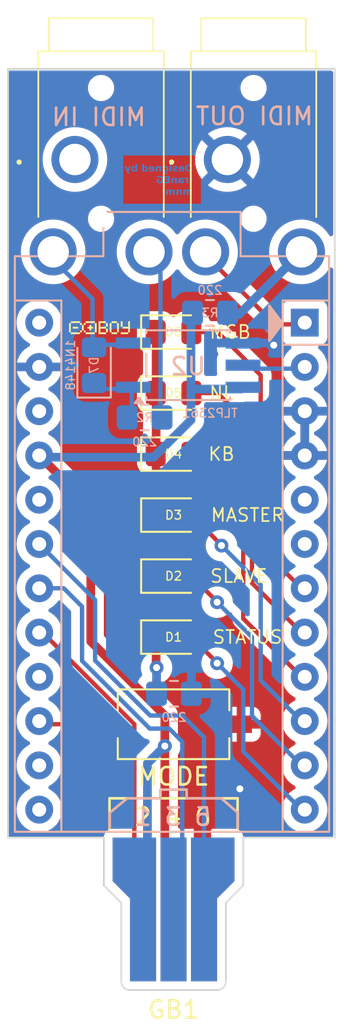
<source format=kicad_pcb>
(kicad_pcb (version 20240108) (generator "pcbnew") (generator_version "8.0")
  (layers (0 "F.Cu" signal) (31 "B.Cu" signal) (34 "B.Paste" user) (35 "F.Paste" user) (36 "B.SilkS" user "B.Silkscreen") (37 "F.SilkS" user "F.Silkscreen") (38 "B.Mask" user) (39 "F.Mask" user) (44 "Edge.Cuts" user))
  (net 0 "")
  (net 1 "GND")
  (net 2 "A0")
  (net 3 "A1")
  (net 4 "A2")
  (net 5 "VCC")
  (net 6 "Net-(D1-K)")
  (net 8 "Net-(J1-PadR)")
  (net 9 "Net-(J2-PadR)")
  (net 10 "Net-(D1-A)")
  (net 11 "Net-(D2-A)")
  (net 12 "Net-(D3-A)")
  (net 13 "Net-(D4-A)")
  (net 14 "Net-(D5-A)")
  (net 15 "Net-(D6-A)")
  (net 16 "Net-(U1-D0{slash}RX)")
  (net 17 "Net-(U1-D1{slash}TX)")
  (net 18 "Net-(U1-D14)")
  (net 26 "Net-(D7-K)")
  (net 27 "Net-(D7-A)")
  (footprint "Library:STX3000" (layer "F.Cu") (at 70.09 49.1 -90)
    (property "Reference" "J2" (hide yes))
    (property "Value" "MIDI_OUT" (hide yes))
    (fp_line (start 0.1 3.2) (end 0.1 3.2) (stroke (width 0.2)) (layer "F.SilkS"))
    (fp_line (start 0.1 3.2) (end 0.1 3.2) (stroke (width 0.2)) (layer "F.SilkS"))
    (fp_line (start 0.2 3.2) (end 0.2 3.2) (stroke (width 0.2)) (layer "F.SilkS"))
    (fp_line (start -6.2 2.1) (end -6.2 2.1) (stroke (width 0.1)) (layer "F.SilkS"))
    (fp_line (start -6.2 2.1) (end -6.2 2.1) (stroke (width 0.1)) (layer "F.SilkS"))
    (fp_line (start -6.2 2.1) (end 3.3 2.1) (stroke (width 0.1)) (layer "F.SilkS"))
    (fp_line (start -6.2 2.1) (end -6.2 1.5) (stroke (width 0.1)) (layer "F.SilkS"))
    (fp_line (start 3.3 2.1) (end -6.2 2.1) (stroke (width 0.1)) (layer "F.SilkS"))
    (fp_line (start 3.3 2.1) (end 3.3 2.1) (stroke (width 0.1)) (layer "F.SilkS"))
    (fp_line (start -8.1 1.5) (end -6.2 1.5) (stroke (width 0.1)) (layer "F.SilkS"))
    (fp_line (start -6.2 1.5) (end -6.2 2.1) (stroke (width 0.1)) (layer "F.SilkS"))
    (fp_line (start -6.2 1.5) (end -6.2 1.5) (stroke (width 0.1)) (layer "F.SilkS"))
    (fp_line (start -6.2 1.5) (end -6.2 -4.5) (stroke (width 0.1)) (layer "F.SilkS"))
    (fp_line (start -8.1 -4.5) (end -8.1 1.5) (stroke (width 0.1)) (layer "F.SilkS"))
    (fp_line (start -6.2 -4.5) (end -8.1 -4.5) (stroke (width 0.1)) (layer "F.SilkS"))
    (fp_line (start -6.2 -4.5) (end -6.2 -4.5) (stroke (width 0.1)) (layer "F.SilkS"))
    (fp_line (start -6.2 -4.5) (end -6.2 -5.1) (stroke (width 0.1)) (layer "F.SilkS"))
    (fp_line (start -6.2 -5.1) (end -6.2 -4.5) (stroke (width 0.1)) (layer "F.SilkS"))
    (fp_line (start -6.2 -5.1) (end -6.2 -5.1) (stroke (width 0.1)) (layer "F.SilkS"))
    (fp_line (start -6.2 -5.1) (end -6.2 -5.1) (stroke (width 0.1)) (layer "F.SilkS"))
    (fp_line (start -6.2 -5.1) (end 3.3 -5.1) (stroke (width 0.1)) (layer "F.SilkS"))
    (fp_line (start 3.3 -5.1) (end -6.2 -5.1) (stroke (width 0.1)) (layer "F.SilkS"))
    (fp_line (start 3.3 -5.1) (end 3.3 -5.1) (stroke (width 0.1)) (layer "F.SilkS"))
    (fp_arc (start 0.1 3.2) (mid 0.15 3.15) (end 0.2 3.2) (stroke (width 0.2)) (layer "F.SilkS"))
    (fp_arc (start 0.2 3.2) (mid 0.15 3.25) (end 0.1 3.2) (stroke (width 0.2)) (layer "F.SilkS"))
    (fp_arc (start 0.2 3.2) (mid 0.15 3.25) (end 0.1 3.2) (stroke (width 0.2)) (layer "F.SilkS"))
    (pad "" np_thru_hole circle (at -4.1 -1.5 270) (size 1 1) (drill 1) (layers "*.Cu" "*.Mask"))
    (pad "" np_thru_hole circle (at 3.4 -1.5 270) (size 1 1) (drill 1) (layers "*.Cu" "*.Mask"))
    (pad "R" thru_hole circle (at 5.3 -4.25 270) (size 2.704 2.704) (drill 1.80278) (layers "*.Cu" "*.Mask") (net 9 "Net-(J2-PadR)"))
    (pad "S" thru_hole circle (at 0 0 270) (size 2.704 2.704) (drill 1.80278) (layers "*.Cu" "*.Mask") (net 1 "GND"))
    (pad "T" thru_hole circle (at 5.3 1.25 270) (size 2.704 2.704) (drill 1.80278) (layers "*.Cu" "*.Mask") (net 17 "Net-(U1-D1{slash}TX)"))
  )
  (footprint "Library:STX3000" (layer "F.Cu") (at 61.34 49.1 -90)
    (property "Reference" "J1" (hide yes))
    (property "Value" "MIDI_IN" (hide yes))
    (fp_line (start 0.1 3.2) (end 0.1 3.2) (stroke (width 0.2)) (layer "F.SilkS"))
    (fp_line (start 0.1 3.2) (end 0.1 3.2) (stroke (width 0.2)) (layer "F.SilkS"))
    (fp_line (start 0.2 3.2) (end 0.2 3.2) (stroke (width 0.2)) (layer "F.SilkS"))
    (fp_line (start -6.2 2.1) (end -6.2 2.1) (stroke (width 0.1)) (layer "F.SilkS"))
    (fp_line (start -6.2 2.1) (end -6.2 2.1) (stroke (width 0.1)) (layer "F.SilkS"))
    (fp_line (start -6.2 2.1) (end 3.3 2.1) (stroke (width 0.1)) (layer "F.SilkS"))
    (fp_line (start -6.2 2.1) (end -6.2 1.5) (stroke (width 0.1)) (layer "F.SilkS"))
    (fp_line (start 3.3 2.1) (end -6.2 2.1) (stroke (width 0.1)) (layer "F.SilkS"))
    (fp_line (start 3.3 2.1) (end 3.3 2.1) (stroke (width 0.1)) (layer "F.SilkS"))
    (fp_line (start -8.1 1.5) (end -6.2 1.5) (stroke (width 0.1)) (layer "F.SilkS"))
    (fp_line (start -6.2 1.5) (end -6.2 2.1) (stroke (width 0.1)) (layer "F.SilkS"))
    (fp_line (start -6.2 1.5) (end -6.2 1.5) (stroke (width 0.1)) (layer "F.SilkS"))
    (fp_line (start -6.2 1.5) (end -6.2 -4.5) (stroke (width 0.1)) (layer "F.SilkS"))
    (fp_line (start -8.1 -4.5) (end -8.1 1.5) (stroke (width 0.1)) (layer "F.SilkS"))
    (fp_line (start -6.2 -4.5) (end -8.1 -4.5) (stroke (width 0.1)) (layer "F.SilkS"))
    (fp_line (start -6.2 -4.5) (end -6.2 -4.5) (stroke (width 0.1)) (layer "F.SilkS"))
    (fp_line (start -6.2 -4.5) (end -6.2 -5.1) (stroke (width 0.1)) (layer "F.SilkS"))
    (fp_line (start -6.2 -5.1) (end -6.2 -4.5) (stroke (width 0.1)) (layer "F.SilkS"))
    (fp_line (start -6.2 -5.1) (end -6.2 -5.1) (stroke (width 0.1)) (layer "F.SilkS"))
    (fp_line (start -6.2 -5.1) (end -6.2 -5.1) (stroke (width 0.1)) (layer "F.SilkS"))
    (fp_line (start -6.2 -5.1) (end 3.3 -5.1) (stroke (width 0.1)) (layer "F.SilkS"))
    (fp_line (start 3.3 -5.1) (end -6.2 -5.1) (stroke (width 0.1)) (layer "F.SilkS"))
    (fp_line (start 3.3 -5.1) (end 3.3 -5.1) (stroke (width 0.1)) (layer "F.SilkS"))
    (fp_arc (start 0.1 3.2) (mid 0.15 3.15) (end 0.2 3.2) (stroke (width 0.2)) (layer "F.SilkS"))
    (fp_arc (start 0.2 3.2) (mid 0.15 3.25) (end 0.1 3.2) (stroke (width 0.2)) (layer "F.SilkS"))
    (fp_arc (start 0.2 3.2) (mid 0.15 3.25) (end 0.1 3.2) (stroke (width 0.2)) (layer "F.SilkS"))
    (pad "" np_thru_hole circle (at -4.1 -1.5 270) (size 1 1) (drill 1) (layers "*.Cu" "*.Mask"))
    (pad "" np_thru_hole circle (at 3.4 -1.5 270) (size 1 1) (drill 1) (layers "*.Cu" "*.Mask"))
    (pad "R" thru_hole circle (at 5.3 -4.25 270) (size 2.704 2.704) (drill 1.80278) (layers "*.Cu" "*.Mask") (net 8 "Net-(J1-PadR)"))
    (pad "S" thru_hole circle (at 0 0 270) (size 2.704 2.704) (drill 1.80278) (layers "*.Cu" "*.Mask"))
    (pad "T" thru_hole circle (at 5.3 1.25 270) (size 2.704 2.704) (drill 1.80278) (layers "*.Cu" "*.Mask") (net 27 "Net-(D7-A)"))
  )
  (footprint "gb-link-socket:gbc-link-socket" (layer "F.Cu") (at 67 93.75)
    (property "Reference" "GB1" (at 0 4.125 0) (layer "F.SilkS"))
    (property "Value" "GB_LINK" (hide yes))
    (pad "1" connect custom (at -1.75 0.125) (size 1.5 4.75) (layers "B.Cu" "B.Mask") (net 5 "VCC") (options (clearance outline) (anchor rect)) (primitives (gr_poly (pts (xy -0.75 -2.125) (xy -0.75 -2.375) (xy -1.75 -3.375) (xy -1.75 -5.875) (xy 0.75 -5.875) (xy 0.75 -2.125)) (width 0) (fill yes))))
    (pad "2" connect custom (at -1.75 0.125) (size 1.5 4.75) (layers "F.Cu" "F.Mask") (net 2 "A0") (options (clearance outline) (anchor rect)) (primitives (gr_poly (pts (xy -0.75 -2.125) (xy -0.75 -2.375) (xy -1.75 -3.375) (xy -1.75 -5.875) (xy 0.75 -5.875) (xy 0.75 -2.125)) (width 0) (fill yes))))
    (pad "3" connect rect (at 0 -1.625) (size 1.5 8.25) (layers "B.Cu" "B.Mask") (net 3 "A1"))
    (pad "4" connect rect (at 0 -1.625) (size 1.5 8.25) (layers "F.Cu" "F.Mask") (net 5 "VCC"))
    (pad "5" connect custom (at 1.75 0.125) (size 1.5 4.75) (layers "B.Cu" "B.Mask") (net 4 "A2") (options (clearance outline) (anchor rect)) (primitives (gr_poly (pts (xy 0.75 -2.125) (xy 0.75 -2.375) (xy 1.75 -3.375) (xy 1.75 -5.875) (xy -0.75 -5.875) (xy -0.75 -2.125)) (width 0) (fill yes))))
    (pad "6" connect custom (at 1.75 0.125) (size 1.5 4.75) (layers "F.Cu" "F.Mask") (net 1 "GND") (options (clearance outline) (anchor rect)) (primitives (gr_poly (pts (xy 0.75 -2.125) (xy 0.75 -2.375) (xy 1.75 -3.375) (xy 1.75 -5.875) (xy -0.75 -5.875) (xy -0.75 -2.125)) (width 0) (fill yes))))
  )
  (footprint "Button_Switch_SMD:SW_Tactile_SPST_NO_Straight_CK_PTS636Sx25SMTRLFS" (layer "F.Cu") (at 67 81.5 180)
    (property "Reference" "SW1" (hide yes))
    (property "Value" "MODE" (at 0 -3 0) (layer "F.SilkS"))
    (fp_line (start 3.2 2) (end 3.2 0.8) (stroke (width 0.12)) (layer "F.SilkS"))
    (fp_line (start 3.2 -0.8) (end 3.2 -2) (stroke (width 0.12)) (layer "F.SilkS"))
    (fp_line (start 3.2 -2) (end -3.2 -2) (stroke (width 0.12)) (layer "F.SilkS"))
    (fp_line (start -3.2 2) (end 3.2 2) (stroke (width 0.12)) (layer "F.SilkS"))
    (fp_line (start -3.2 0.8) (end -3.2 2) (stroke (width 0.12)) (layer "F.SilkS"))
    (fp_line (start -3.2 -2) (end -3.2 -0.8) (stroke (width 0.12)) (layer "F.SilkS"))
    (pad "1" smd rect (at -3.875 0 180) (size 1.25 1) (layers "F.Cu" "F.Paste" "F.Mask") (net 1 "GND"))
    (pad "2" smd rect (at 3.875 0 180) (size 1.25 1) (layers "F.Cu" "F.Paste" "F.Mask") (net 18 "Net-(U1-D14)"))
  )
  (footprint "LED_SMD:LED_0805_2012Metric_Pad1.15x1.40mm_HandSolder" (layer "F.Cu") (at 67 62.5)
    (property "Reference" "D5" (hide yes))
    (property "Value" "NL" (at 2.75 0 0) (layer "F.SilkS") (effects (font (size 0.75 0.75) (thickness 0.1))))
    (fp_line (start -1.86 -0.96) (end -1.86 0.96) (stroke (width 0.12)) (layer "F.SilkS"))
    (fp_line (start -1.86 0.96) (end 1 0.96) (stroke (width 0.12)) (layer "F.SilkS"))
    (fp_line (start 1 -0.96) (end -1.86 -0.96) (stroke (width 0.12)) (layer "F.SilkS"))
    (fp_text user "${REFERENCE}" (at 0 0 0) (layer "F.SilkS") (effects (font (size 0.5 0.5) (thickness 0.08))))
    (pad "1" smd roundrect (at -1.025 0) (size 1.15 1.4) (layers "F.Cu" "F.Paste" "F.Mask") (roundrect_rratio 0.217391) (net 6 "Net-(D1-K)"))
    (pad "2" smd roundrect (at 1.025 0) (size 1.15 1.4) (layers "F.Cu" "F.Paste" "F.Mask") (roundrect_rratio 0.217391) (net 14 "Net-(D5-A)"))
  )
  (footprint "LED_SMD:LED_0805_2012Metric_Pad1.15x1.40mm_HandSolder" (layer "F.Cu") (at 67 66)
    (property "Reference" "D4" (hide yes))
    (property "Value" "KB" (at 2.75 0 0) (layer "F.SilkS") (effects (font (size 0.75 0.75) (thickness 0.1))))
    (fp_line (start -1.86 -0.96) (end -1.86 0.96) (stroke (width 0.12)) (layer "F.SilkS"))
    (fp_line (start -1.86 0.96) (end 1 0.96) (stroke (width 0.12)) (layer "F.SilkS"))
    (fp_line (start 1 -0.96) (end -1.86 -0.96) (stroke (width 0.12)) (layer "F.SilkS"))
    (fp_text user "${REFERENCE}" (at 0 0 0) (layer "F.SilkS") (effects (font (size 0.5 0.5) (thickness 0.08))))
    (pad "1" smd roundrect (at -1.025 0) (size 1.15 1.4) (layers "F.Cu" "F.Paste" "F.Mask") (roundrect_rratio 0.217391) (net 6 "Net-(D1-K)"))
    (pad "2" smd roundrect (at 1.025 0) (size 1.15 1.4) (layers "F.Cu" "F.Paste" "F.Mask") (roundrect_rratio 0.217391) (net 13 "Net-(D4-A)"))
  )
  (footprint "LED_SMD:LED_0805_2012Metric_Pad1.15x1.40mm_HandSolder" (layer "F.Cu") (at 67 59)
    (property "Reference" "D6" (hide yes))
    (property "Value" "MGB" (at 3.25 0 0) (layer "F.SilkS") (effects (font (size 0.75 0.75) (thickness 0.1))))
    (fp_line (start -1.86 -0.96) (end -1.86 0.96) (stroke (width 0.12)) (layer "F.SilkS"))
    (fp_line (start -1.86 0.96) (end 1 0.96) (stroke (width 0.12)) (layer "F.SilkS"))
    (fp_line (start 1 -0.96) (end -1.86 -0.96) (stroke (width 0.12)) (layer "F.SilkS"))
    (fp_text user "${REFERENCE}" (at 0 0 0) (layer "F.SilkS") (effects (font (size 0.5 0.5) (thickness 0.08))))
    (pad "1" smd roundrect (at -1.025 0) (size 1.15 1.4) (layers "F.Cu" "F.Paste" "F.Mask") (roundrect_rratio 0.217391) (net 6 "Net-(D1-K)"))
    (pad "2" smd roundrect (at 1.025 0) (size 1.15 1.4) (layers "F.Cu" "F.Paste" "F.Mask") (roundrect_rratio 0.217391) (net 15 "Net-(D6-A)"))
  )
  (footprint "LED_SMD:LED_0805_2012Metric_Pad1.15x1.40mm_HandSolder" (layer "F.Cu") (at 67 73)
    (property "Reference" "D2" (hide yes))
    (property "Value" "SLAVE" (at 3.75 0 0) (layer "F.SilkS") (effects (font (size 0.75 0.75) (thickness 0.1))))
    (fp_line (start -1.86 -0.96) (end -1.86 0.96) (stroke (width 0.12)) (layer "F.SilkS"))
    (fp_line (start -1.86 0.96) (end 1 0.96) (stroke (width 0.12)) (layer "F.SilkS"))
    (fp_line (start 1 -0.96) (end -1.86 -0.96) (stroke (width 0.12)) (layer "F.SilkS"))
    (fp_text user "${REFERENCE}" (at 0 0 0) (layer "F.SilkS") (effects (font (size 0.5 0.5) (thickness 0.08))))
    (pad "1" smd roundrect (at -1.025 0) (size 1.15 1.4) (layers "F.Cu" "F.Paste" "F.Mask") (roundrect_rratio 0.217391) (net 6 "Net-(D1-K)"))
    (pad "2" smd roundrect (at 1.025 0) (size 1.15 1.4) (layers "F.Cu" "F.Paste" "F.Mask") (roundrect_rratio 0.217391) (net 11 "Net-(D2-A)"))
  )
  (footprint "LOGO" (layer "F.Cu") (at 62.75 58.75)
    (property "Reference" "G***" (hide yes))
    (property "Value" "LOGO" (hide yes))
    (fp_poly (pts (xy -1.219783 0) (xy -1.219783 0.053034) (xy -1.378885 0.053034) (xy -1.537987 0.053034) (xy -1.537987 0) (xy -1.537987 -0.053034) (xy -1.378885 -0.053034) (xy -1.219783 -0.053034)) (fill solid) (layer "F.SilkS"))
    (fp_poly (pts (xy -0.477306 -0.106068) (xy -0.477306 -0.053034) (xy -0.424272 -0.053034) (xy -0.371238 -0.053034) (xy -0.371238 0) (xy -0.371238 0.053034) (xy -0.424272 0.053034) (xy -0.477306 0.053034) (xy -0.477306 0.106068) (xy -0.477306 0.159102) (xy -0.53034 0.159102) (xy -0.583374 0.159102) (xy -0.583374 0.106068) (xy -0.583374 0.053034) (xy -0.636408 0.053034) (xy -0.689442 0.053034) (xy -0.689442 0) (xy -0.689442 -0.053034) (xy -0.636408 -0.053034) (xy -0.583374 -0.053034) (xy -0.583374 -0.106068) (xy -0.583374 -0.159102) (xy -0.53034 -0.159102) (xy -0.477306 -0.159102)) (fill solid) (layer "F.SilkS"))
    (fp_poly (pts (xy -0.159102 0) (xy -0.159102 0.26517) (xy -0.212136 0.26517) (xy -0.26517 0.26517) (xy -0.26517 0.318204) (xy -0.26517 0.371238) (xy -0.53034 0.371238) (xy -0.79551 0.371238) (xy -0.79551 0.318204) (xy -0.79551 0.26517) (xy -0.848544 0.26517) (xy -0.901579 0.26517) (xy -0.901579 0.212136) (xy -0.901579 0.159102) (xy -0.848544 0.159102) (xy -0.79551 0.159102) (xy -0.79551 0.212136) (xy -0.79551 0.26517) (xy -0.53034 0.26517) (xy -0.26517 0.26517) (xy -0.26517 0) (xy -0.26517 -0.26517) (xy -0.212136 -0.26517) (xy -0.159102 -0.26517)) (fill solid) (layer "F.SilkS"))
    (fp_poly (pts (xy 1.007648 -0.318204) (xy 1.007648 -0.26517) (xy 0.848545 -0.26517) (xy 0.689443 -0.26517) (xy 0.689443 0) (xy 0.689443 0.26517) (xy 0.848545 0.26517) (xy 1.007648 0.26517) (xy 1.007648 0) (xy 1.007648 -0.26517) (xy 1.060682 -0.26517) (xy 1.113716 -0.26517) (xy 1.113716 0) (xy 1.113716 0.26517) (xy 1.060682 0.26517) (xy 1.007648 0.26517) (xy 1.007648 0.318204) (xy 1.007648 0.371238) (xy 0.848545 0.371238) (xy 0.689443 0.371238) (xy 0.689443 0.318204) (xy 0.689443 0.26517) (xy 0.636409 0.26517) (xy 0.583375 0.26517) (xy 0.583375 0) (xy 0.583375 -0.26517) (xy 0.636409 -0.26517) (xy 0.689443 -0.26517) (xy 0.689443 -0.318204) (xy 0.689443 -0.371238) (xy 0.848545 -0.371238) (xy 1.007648 -0.371238)) (fill solid) (layer "F.SilkS"))
    (fp_poly (pts (xy 1.325852 -0.212136) (xy 1.325852 -0.053034) (xy 1.484954 -0.053034) (xy 1.644056 -0.053034) (xy 1.644056 -0.212136) (xy 1.644056 -0.371238) (xy 1.69709 -0.371238) (xy 1.750124 -0.371238) (xy 1.750124 -0.053034) (xy 1.750124 0.26517) (xy 1.69709 0.26517) (xy 1.644056 0.26517) (xy 1.644056 0.318204) (xy 1.644056 0.371238) (xy 1.43192 0.371238) (xy 1.219784 0.371238) (xy 1.219784 0.318204) (xy 1.219784 0.26517) (xy 1.43192 0.26517) (xy 1.644056 0.26517) (xy 1.644056 0.159102) (xy 1.644056 0.053034) (xy 1.484954 0.053034) (xy 1.325852 0.053034) (xy 1.325852 0) (xy 1.325852 -0.053034) (xy 1.272818 -0.053034) (xy 1.219784 -0.053034) (xy 1.219784 -0.212136) (xy 1.219784 -0.371238) (xy 1.272818 -0.371238) (xy 1.325852 -0.371238)) (fill solid) (layer "F.SilkS"))
    (fp_poly (pts (xy 0.371239 -0.318204) (xy 0.371239 -0.26517) (xy 0.212137 -0.26517) (xy 0.053035 -0.26517) (xy 0.053035 -0.159102) (xy 0.053035 -0.053034) (xy 0.212137 -0.053034) (xy 0.371239 -0.053034) (xy 0.371239 -0.159102) (xy 0.371239 -0.26517) (xy 0.424273 -0.26517) (xy 0.477307 -0.26517) (xy 0.477307 -0.159102) (xy 0.477307 -0.053034) (xy 0.424273 -0.053034) (xy 0.371239 -0.053034) (xy 0.371239 0) (xy 0.371239 0.053034) (xy 0.212137 0.053034) (xy 0.053035 0.053034) (xy 0.053035 0.159102) (xy 0.053035 0.26517) (xy 0.212137 0.26517) (xy 0.371239 0.26517) (xy 0.371239 0.159102) (xy 0.371239 0.053034) (xy 0.424273 0.053034) (xy 0.477307 0.053034) (xy 0.477307 0.159102) (xy 0.477307 0.26517) (xy 0.424273 0.26517) (xy 0.371239 0.26517) (xy 0.371239 0.318204) (xy 0.371239 0.371238) (xy 0.159103 0.371238) (xy -0.053034 0.371238) (xy -0.053034 0) (xy -0.053034 -0.371238) (xy 0.159103 -0.371238) (xy 0.371239 -0.371238)) (fill solid) (layer "F.SilkS"))
    (fp_poly (pts (xy -1.113715 -0.318204) (xy -1.113715 -0.26517) (xy -1.378885 -0.26517) (xy -1.644055 -0.26517) (xy -1.644055 0) (xy -1.644055 0.26517) (xy -1.378885 0.26517) (xy -1.113715 0.26517) (xy -1.113715 0.212136) (xy -1.113715 0.159102) (xy -1.060681 0.159102) (xy -1.007647 0.159102) (xy -1.007647 0) (xy -1.007647 -0.159102) (xy -1.060681 -0.159102) (xy -1.113715 -0.159102) (xy -1.113715 -0.212136) (xy -1.113715 -0.26517) (xy -1.060681 -0.26517) (xy -1.007647 -0.26517) (xy -1.007647 -0.212136) (xy -1.007647 -0.159102) (xy -0.954613 -0.159102) (xy -0.901579 -0.159102) (xy -0.901579 -0.212136) (xy -0.901579 -0.26517) (xy -0.848544 -0.26517) (xy -0.79551 -0.26517) (xy -0.79551 -0.318204) (xy -0.79551 -0.371238) (xy -0.53034 -0.371238) (xy -0.26517 -0.371238) (xy -0.26517 -0.318204) (xy -0.26517 -0.26517) (xy -0.53034 -0.26517) (xy -0.79551 -0.26517) (xy -0.79551 -0.212136) (xy -0.79551 -0.159102) (xy -0.848544 -0.159102) (xy -0.901579 -0.159102) (xy -0.901579 0) (xy -0.901579 0.159102) (xy -0.954613 0.159102) (xy -1.007647 0.159102) (xy -1.007647 0.212136) (xy -1.007647 0.26517) (xy -1.060681 0.26517) (xy -1.113715 0.26517) (xy -1.113715 0.318204) (xy -1.113715 0.371238) (xy -1.378885 0.371238) (xy -1.644055 0.371238) (xy -1.644055 0.318204) (xy -1.644055 0.26517) (xy -1.697089 0.26517) (xy -1.750123 0.26517) (xy -1.750123 0) (xy -1.750123 -0.26517) (xy -1.697089 -0.26517) (xy -1.644055 -0.26517) (xy -1.644055 -0.318204) (xy -1.644055 -0.371238) (xy -1.378885 -0.371238) (xy -1.113715 -0.371238)) (fill solid) (layer "F.SilkS"))
  )
  (footprint "LED_SMD:LED_0805_2012Metric_Pad1.15x1.40mm_HandSolder" (layer "F.Cu") (at 67 76.5)
    (property "Reference" "D1" (hide yes))
    (property "Value" "STATUS" (at 4.25 0 0) (layer "F.SilkS") (effects (font (size 0.75 0.75) (thickness 0.1))))
    (fp_line (start -1.86 -0.96) (end -1.86 0.96) (stroke (width 0.12)) (layer "F.SilkS"))
    (fp_line (start -1.86 0.96) (end 1 0.96) (stroke (width 0.12)) (layer "F.SilkS"))
    (fp_line (start 1 -0.96) (end -1.86 -0.96) (stroke (width 0.12)) (layer "F.SilkS"))
    (fp_text user "${REFERENCE}" (at 0 0 0) (layer "F.SilkS") (effects (font (size 0.5 0.5) (thickness 0.08))))
    (pad "1" smd roundrect (at -1.025 0) (size 1.15 1.4) (layers "F.Cu" "F.Paste" "F.Mask") (roundrect_rratio 0.217391) (net 6 "Net-(D1-K)"))
    (pad "2" smd roundrect (at 1.025 0) (size 1.15 1.4) (layers "F.Cu" "F.Paste" "F.Mask") (roundrect_rratio 0.217391) (net 10 "Net-(D1-A)"))
  )
  (footprint "LED_SMD:LED_0805_2012Metric_Pad1.15x1.40mm_HandSolder" (layer "F.Cu") (at 67 69.5)
    (property "Reference" "D3" (hide yes))
    (property "Value" "MASTER" (at 4.25 0 0) (layer "F.SilkS") (effects (font (size 0.75 0.75) (thickness 0.1))))
    (fp_line (start -1.86 -0.96) (end -1.86 0.96) (stroke (width 0.12)) (layer "F.SilkS"))
    (fp_line (start -1.86 0.96) (end 1 0.96) (stroke (width 0.12)) (layer "F.SilkS"))
    (fp_line (start 1 -0.96) (end -1.86 -0.96) (stroke (width 0.12)) (layer "F.SilkS"))
    (fp_text user "${REFERENCE}" (at 0 0 0) (layer "F.SilkS") (effects (font (size 0.5 0.5) (thickness 0.08))))
    (pad "1" smd roundrect (at -1.025 0) (size 1.15 1.4) (layers "F.Cu" "F.Paste" "F.Mask") (roundrect_rratio 0.217391) (net 6 "Net-(D1-K)"))
    (pad "2" smd roundrect (at 1.025 0) (size 1.15 1.4) (layers "F.Cu" "F.Paste" "F.Mask") (roundrect_rratio 0.217391) (net 12 "Net-(D3-A)"))
  )
  (footprint "Package_SO:SO-5_4.4x3.6mm_P1.27mm" (layer "B.Cu") (at 67.84 60.9)
    (property "Reference" "U2" (hide yes))
    (property "Value" "TLP2361" (at 1.25 2.75 0) (layer "B.SilkS") (effects (font (size 0.5 0.5) (thickness 0.08)) (justify mirror)))
    (fp_line (start -2.4 -2) (end 2.4 -2) (stroke (width 0.12)) (layer "B.SilkS"))
    (fp_line (start -2.4 -1.85) (end -2.4 -2) (stroke (width 0.12)) (layer "B.SilkS"))
    (fp_line (start -2.4 0.65) (end -2.4 -0.65) (stroke (width 0.12)) (layer "B.SilkS"))
    (fp_line (start -2.4 2) (end -2.4 1.85) (stroke (width 0.12)) (layer "B.SilkS"))
    (fp_line (start 2.4 -2) (end 2.4 -1.85) (stroke (width 0.12)) (layer "B.SilkS"))
    (fp_line (start 2.4 1.85) (end 2.4 2) (stroke (width 0.12)) (layer "B.SilkS"))
    (fp_line (start 2.4 2) (end -2.4 2) (stroke (width 0.12)) (layer "B.SilkS"))
    (fp_poly (pts (xy -2.825 1.85) (xy -3.065 2.18) (xy -2.585 2.18) (xy -2.825 1.85)) (stroke (width 0.12)) (fill solid) (layer "B.SilkS"))
    (fp_text user "${REFERENCE}" (at 0 0.065 0) (layer "B.SilkS") (effects (justify mirror)))
    (pad "1" smd rect (at -3.15 1.27) (size 2 0.64) (layers "B.Cu" "B.Paste" "B.Mask") (net 26 "Net-(D7-K)"))
    (pad "3" smd rect (at -3.15 -1.27) (size 2 0.64) (layers "B.Cu" "B.Paste" "B.Mask") (net 27 "Net-(D7-A)"))
    (pad "4" smd rect (at 3.15 -1.27) (size 2 0.64) (layers "B.Cu" "B.Paste" "B.Mask") (net 1 "GND"))
    (pad "5" smd rect (at 3.15 0) (size 2 0.64) (layers "B.Cu" "B.Paste" "B.Mask") (net 16 "Net-(U1-D0{slash}RX)"))
    (pad "6" smd rect (at 3.15 1.27) (size 2 0.64) (layers "B.Cu" "B.Paste" "B.Mask") (net 5 "VCC"))
  )
  (footprint "Resistor_SMD:R_0805_2012Metric_Pad1.20x1.40mm_HandSolder" (layer "B.Cu") (at 67.025 79.75)
    (property "Reference" "R1" (hide yes))
    (property "Value" "220" (at 0 1.35 0) (layer "B.SilkS") (effects (font (size 0.5 0.5) (thickness 0.08)) (justify mirror)))
    (fp_line (start 0.227064 -0.735) (end -0.227064 -0.735) (stroke (width 0.12)) (layer "B.SilkS"))
    (fp_line (start 0.227064 0.735) (end -0.227064 0.735) (stroke (width 0.12)) (layer "B.SilkS"))
    (pad "1" smd roundrect (at -1 0) (size 1.2 1.4) (layers "B.Cu" "B.Paste" "B.Mask") (roundrect_rratio 0.208333) (net 6 "Net-(D1-K)"))
    (pad "2" smd roundrect (at 1 0) (size 1.2 1.4) (layers "B.Cu" "B.Paste" "B.Mask") (roundrect_rratio 0.208333) (net 1 "GND"))
  )
  (footprint "Diode_SMD:D_0805_2012Metric_Pad1.15x1.40mm_HandSolder" (layer "B.Cu") (at 62.44 60.9 90)
    (property "Reference" "D7" (hide yes))
    (property "Value" "1N4148" (at 0 -1.35 -90) (layer "B.SilkS") (effects (font (size 0.5 0.5) (thickness 0.08)) (justify mirror)))
    (fp_line (start 1 -0.96) (end -1.86 -0.96) (stroke (width 0.12)) (layer "B.SilkS"))
    (fp_line (start -1.86 -0.96) (end -1.86 0.96) (stroke (width 0.12)) (layer "B.SilkS"))
    (fp_line (start -1.86 0.96) (end 1 0.96) (stroke (width 0.12)) (layer "B.SilkS"))
    (fp_text user "${REFERENCE}" (at 0 0 -90) (layer "B.SilkS") (effects (font (size 0.5 0.5) (thickness 0.08)) (justify mirror)))
    (pad "1" smd roundrect (at -1.025 0 90) (size 1.15 1.4) (layers "B.Cu" "B.Paste" "B.Mask") (roundrect_rratio 0.217391) (net 26 "Net-(D7-K)"))
    (pad "2" smd roundrect (at 1.025 0 90) (size 1.15 1.4) (layers "B.Cu" "B.Paste" "B.Mask") (roundrect_rratio 0.217391) (net 27 "Net-(D7-A)"))
  )
  (footprint "Resistor_SMD:R_0805_2012Metric_Pad1.20x1.40mm_HandSolder" (layer "B.Cu") (at 69.09 57.9)
    (property "Reference" "R3" (hide yes))
    (property "Value" "220" (at 0 -1.3 0) (layer "B.SilkS") (effects (font (size 0.5 0.5) (thickness 0.08)) (justify mirror)))
    (fp_line (start 0.227064 -0.735) (end -0.227064 -0.735) (stroke (width 0.12)) (layer "B.SilkS"))
    (fp_line (start 0.227064 0.735) (end -0.227064 0.735) (stroke (width 0.12)) (layer "B.SilkS"))
    (fp_text user "${REFERENCE}" (at 0 0 0) (layer "B.SilkS") (effects (font (size 0.5 0.5) (thickness 0.08)) (justify mirror)))
    (pad "1" smd roundrect (at -1 0) (size 1.2 1.4) (layers "B.Cu" "B.Paste" "B.Mask") (roundrect_rratio 0.208333) (net 5 "VCC"))
    (pad "2" smd roundrect (at 1 0) (size 1.2 1.4) (layers "B.Cu" "B.Paste" "B.Mask") (roundrect_rratio 0.208333) (net 9 "Net-(J2-PadR)"))
  )
  (footprint "Arduino:Sparkfun_Pro_Micro" (layer "B.Cu") (at 59.29 86.4)
    (property "Reference" "U1" (hide yes))
    (property "Value" "Sparkfun_Pro_Micro")
    (fp_line (start -1.4 -29.21) (end 1.27 -29.21) (stroke (width 0.12)) (layer "B.SilkS"))
    (fp_line (start -1.397 -31.75) (end -1.397 1.27) (stroke (width 0.12)) (layer "B.SilkS"))
    (fp_line (start -1.397 1.27) (end 1.27 1.27) (stroke (width 0.12)) (layer "B.SilkS"))
    (fp_line (start 1.27 -29.21) (end 1.27 -1.27) (stroke (width 0.12)) (layer "B.SilkS"))
    (fp_line (start 1.27 1.27) (end 1.27 -1.27) (stroke (width 0.12)) (layer "B.SilkS"))
    (fp_line (start 1.27 1.27) (end 16.637 1.27) (stroke (width 0.12)) (layer "B.SilkS"))
    (fp_line (start 3.683 -31.75) (end -1.397 -31.75) (stroke (width 0.12)) (layer "B.SilkS"))
    (fp_line (start 3.683 -31.75) (end 3.683 -34.29) (stroke (width 0.12)) (layer "B.SilkS"))
    (fp_line (start 11.557 -34.29) (end 3.683 -34.29) (stroke (width 0.12)) (layer "B.SilkS"))
    (fp_line (start 11.557 -31.75) (end 11.557 -34.29) (stroke (width 0.12)) (layer "B.SilkS"))
    (fp_line (start 13.97 -29.21) (end 13.97 1.27) (stroke (width 0.12)) (layer "B.SilkS"))
    (fp_line (start 16.637 -31.75) (end 11.557 -31.75) (stroke (width 0.12)) (layer "B.SilkS"))
    (fp_line (start 16.64 -29.21) (end 13.97 -29.21) (stroke (width 0.12)) (layer "B.SilkS"))
    (fp_line (start 16.64 -26.67) (end 13.97 -26.67) (stroke (width 0.12)) (layer "B.SilkS"))
    (fp_line (start 16.64 1.27) (end 13.97 1.27) (stroke (width 0.12)) (layer "B.SilkS"))
    (fp_line (start 16.64 1.27) (end 16.637 -31.75) (stroke (width 0.12)) (layer "B.SilkS"))
    (pad "1" thru_hole rect (at 15.24 -27.94) (size 1.6 1.6) (drill 0.8) (layers "*.Cu" "*.Mask") (net 17 "Net-(U1-D1{slash}TX)"))
    (pad "2" thru_hole oval (at 15.24 -25.4) (size 1.6 1.6) (drill 0.8) (layers "*.Cu" "*.Mask") (net 16 "Net-(U1-D0{slash}RX)"))
    (pad "3" thru_hole oval (at 15.24 -22.86) (size 1.6 1.6) (drill 0.8) (layers "*.Cu" "*.Mask") (net 1 "GND"))
    (pad "4" thru_hole oval (at 15.24 -20.32) (size 1.6 1.6) (drill 0.8) (layers "*.Cu" "*.Mask") (net 1 "GND"))
    (pad "5" thru_hole oval (at 15.24 -17.78) (size 1.6 1.6) (drill 0.8) (layers "*.Cu" "*.Mask"))
    (pad "6" thru_hole oval (at 15.24 -15.24) (size 1.6 1.6) (drill 0.8) (layers "*.Cu" "*.Mask"))
    (pad "7" thru_hole oval (at 15.24 -12.7) (size 1.6 1.6) (drill 0.8) (layers "*.Cu" "*.Mask") (net 15 "Net-(D6-A)"))
    (pad "8" thru_hole oval (at 15.24 -10.16) (size 1.6 1.6) (drill 0.8) (layers "*.Cu" "*.Mask") (net 14 "Net-(D5-A)"))
    (pad "9" thru_hole oval (at 15.24 -7.62) (size 1.6 1.6) (drill 0.8) (layers "*.Cu" "*.Mask") (net 13 "Net-(D4-A)"))
    (pad "10" thru_hole oval (at 15.24 -5.08) (size 1.6 1.6) (drill 0.8) (layers "*.Cu" "*.Mask") (net 12 "Net-(D3-A)"))
    (pad "11" thru_hole oval (at 15.24 -2.54) (size 1.6 1.6) (drill 0.8) (layers "*.Cu" "*.Mask") (net 11 "Net-(D2-A)"))
    (pad "12" thru_hole oval (at 15.24 0) (size 1.6 1.6) (drill 0.8) (layers "*.Cu" "*.Mask") (net 10 "Net-(D1-A)"))
    (pad "13" thru_hole oval (at 0 0) (size 1.6 1.6) (drill 0.8) (layers "*.Cu" "*.Mask"))
    (pad "14" thru_hole oval (at 0 -2.54) (size 1.6 1.6) (drill 0.8) (layers "*.Cu" "*.Mask"))
    (pad "15" thru_hole oval (at 0 -5.08) (size 1.6 1.6) (drill 0.8) (layers "*.Cu" "*.Mask") (net 18 "Net-(U1-D14)"))
    (pad "16" thru_hole oval (at 0 -7.62) (size 1.6 1.6) (drill 0.8) (layers "*.Cu" "*.Mask"))
    (pad "17" thru_hole oval (at 0 -10.16) (size 1.6 1.6) (drill 0.8) (layers "*.Cu" "*.Mask") (net 2 "A0"))
    (pad "18" thru_hole oval (at 0 -12.7) (size 1.6 1.6) (drill 0.8) (layers "*.Cu" "*.Mask") (net 3 "A1"))
    (pad "19" thru_hole oval (at 0 -15.24) (size 1.6 1.6) (drill 0.8) (layers "*.Cu" "*.Mask") (net 4 "A2"))
    (pad "20" thru_hole oval (at 0 -17.78) (size 1.6 1.6) (drill 0.8) (layers "*.Cu" "*.Mask"))
    (pad "21" thru_hole oval (at 0 -20.32) (size 1.6 1.6) (drill 0.8) (layers "*.Cu" "*.Mask") (net 5 "VCC"))
    (pad "22" thru_hole oval (at 0 -22.86) (size 1.6 1.6) (drill 0.8) (layers "*.Cu" "*.Mask"))
    (pad "23" thru_hole oval (at 0 -25.4) (size 1.6 1.6) (drill 0.8) (layers "*.Cu" "*.Mask") (net 1 "GND"))
    (pad "24" thru_hole oval (at 0 -27.94) (size 1.6 1.6) (drill 0.8) (layers "*.Cu" "*.Mask"))
  )
  (footprint "Resistor_SMD:R_0805_2012Metric_Pad1.20x1.40mm_HandSolder" (layer "B.Cu") (at 65.34 63.9 180)
    (property "Reference" "R2" (hide yes))
    (property "Value" "220" (at 0 -1.4 180) (layer "B.SilkS") (effects (font (size 0.5 0.5) (thickness 0.08)) (justify mirror)))
    (fp_line (start 0.227064 0.735) (end -0.227064 0.735) (stroke (width 0.12)) (layer "B.SilkS"))
    (fp_line (start 0.227064 -0.735) (end -0.227064 -0.735) (stroke (width 0.12)) (layer "B.SilkS"))
    (fp_text user "${REFERENCE}" (at 0 0 180) (layer "B.SilkS") (effects (font (size 0.5 0.5) (thickness 0.08)) (justify mirror)))
    (pad "1" smd roundrect (at -1 0 180) (size 1.2 1.4) (layers "B.Cu" "B.Paste" "B.Mask") (roundrect_rratio 0.208333) (net 8 "Net-(J1-PadR)"))
    (pad "2" smd roundrect (at 1 0 180) (size 1.2 1.4) (layers "B.Cu" "B.Paste" "B.Mask") (roundrect_rratio 0.208333) (net 26 "Net-(D7-K)"))
  )
  (gr_line (start 69.74 85.75) (end 70.69 86.575) (stroke (width 0.15)) (layer "B.SilkS"))
  (gr_line (start 66.25 85.25) (end 66.25 85.75) (stroke (width 0.15)) (layer "B.SilkS"))
  (gr_line (start 67.75 85.75) (end 67.75 85.25) (stroke (width 0.15)) (layer "B.SilkS"))
  (gr_line (start 70.69 86.575) (end 70.69 87.45) (stroke (width 0.15)) (layer "B.SilkS"))
  (gr_line (start 64.34 85.75) (end 66.25 85.75) (stroke (width 0.15)) (layer "B.SilkS"))
  (gr_line (start 67.75 85.75) (end 69.74 85.75) (stroke (width 0.15)) (layer "B.SilkS"))
  (gr_poly (pts (xy 73.25 58.5) (xy 72.5 57.5) (xy 72.5 59.5)) (stroke (width 0.15)) (fill solid) (layer "B.SilkS"))
  (gr_line (start 64.34 85.75) (end 63.34 86.575) (stroke (width 0.15)) (layer "B.SilkS"))
  (gr_line (start 63.34 86.575) (end 63.34 87.45) (stroke (width 0.15)) (layer "B.SilkS"))
  (gr_line (start 67.75 85.25) (end 66.25 85.25) (stroke (width 0.15)) (layer "B.SilkS"))
  (gr_line (start 63.325 87.5) (end 63.325 85.75) (stroke (width 0.15)) (layer "F.SilkS"))
  (gr_line (start 63.325 85.75) (end 70.675 85.75) (stroke (width 0.15)) (layer "F.SilkS"))
  (gr_line (start 70.675 85.75) (end 70.675 87.5) (stroke (width 0.15)) (layer "F.SilkS"))
  (gr_line (start 64 96.25) (end 64 92.25) (stroke (width 0.1)) (layer "Edge.Cuts"))
  (gr_line (start 64 91.75) (end 63 90.75) (stroke (width 0.1)) (layer "Edge.Cuts"))
  (gr_line (start 70 96.25) (end 70 91.75) (stroke (width 0.1)) (layer "Edge.Cuts"))
  (gr_arc (start 70 96.25) (mid 69.853553 96.603553) (end 69.5 96.75) (stroke (width 0.1)) (layer "Edge.Cuts"))
  (gr_line (start 76.25 88) (end 76.25 43.9) (stroke (width 0.1)) (layer "Edge.Cuts"))
  (gr_line (start 64.5 96.75) (end 69.5 96.75) (stroke (width 0.1)) (layer "Edge.Cuts"))
  (gr_line (start 71 90.75) (end 71 88) (stroke (width 0.1)) (layer "Edge.Cuts"))
  (gr_line (start 76.25 43.9) (end 57.5 43.9) (stroke (width 0.1)) (layer "Edge.Cuts"))
  (gr_line (start 64 92.25) (end 64 91.75) (stroke (width 0.1)) (layer "Edge.Cuts"))
  (gr_line (start 57.5 43.9) (end 57.5 88) (stroke (width 0.1)) (layer "Edge.Cuts"))
  (gr_arc (start 64.5 96.75) (mid 64.146447 96.603553) (end 64 96.25) (stroke (width 0.1)) (layer "Edge.Cuts"))
  (gr_line (start 70 91.75) (end 71 90.75) (stroke (width 0.1)) (layer "Edge.Cuts"))
  (gr_line (start 63 88) (end 63 90.75) (stroke (width 0.1)) (layer "Edge.Cuts"))
  (gr_line (start 57.5 88) (end 63 88) (stroke (width 0.1)) (layer "Edge.Cuts"))
  (gr_line (start 71 88) (end 76.25 88) (stroke (width 0.1)) (layer "Edge.Cuts"))
  (gr_text "Designed by:\nIranEG\nmnml" (at 68.1 51.2 0) (layer "B.Cu") (effects (font (size 0.4 0.4) (thickness 0.1) (bold yes)) (justify left bottom mirror)))
  (gr_text "MIDI IN" (at 65.5 47.25 0) (layer "B.SilkS") (effects (font (size 1 1)) (justify left bottom mirror)))
  (gr_text "5 3 1" (at 69.25 87.4 0) (layer "B.SilkS") (effects (font (size 1 1)) (justify left bottom mirror)))
  (gr_text "MIDI OUT" (at 75.1 47.2 0) (layer "B.SilkS") (effects (font (size 1 1)) (justify left bottom mirror)))
  (gr_text "2 4 6" (at 64.675 87.4 0) (layer "F.SilkS") (effects (font (size 1 1)) (justify left bottom)))
  (segment (start 70.805 85.205) (end 68.66 87.35) (width 1) (layer "F.Cu") (net 1))
  (segment (start 68.66 87.35) (end 68.66 93.975) (width 1) (layer "F.Cu") (net 1))
  (via (at 70.805 85.205) (size 0.8) (drill 0.4) (layers "F.Cu" "B.Cu") (net 1))
  (via (at 72.75 59.75) (size 0.8) (drill 0.4) (layers "F.Cu" "B.Cu") (net 1))
  (segment (start 59.49 76.24) (end 59.29 76.24) (width 0.25) (layer "F.Cu") (net 2))
  (segment (start 65.25 93.875) (end 64.75 93.375) (width 0.25) (layer "F.Cu") (net 2))
  (segment (start 64.75 81.5) (end 59.49 76.24) (width 0.25) (layer "F.Cu") (net 2))
  (segment (start 64.75 93.375) (end 64.75 81.5) (width 0.25) (layer "F.Cu") (net 2))
  (segment (start 61.75 74.75) (end 60.7 73.7) (width 0.25) (layer "B.Cu") (net 3))
  (segment (start 65.634252 81.75) (end 61.75 77.865748) (width 0.25) (layer "B.Cu") (net 3))
  (segment (start 67.5 91.375) (end 67.5 82.5) (width 0.25) (layer "B.Cu") (net 3))
  (segment (start 67 91.875) (end 67.5 91.375) (width 0.25) (layer "B.Cu") (net 3))
  (segment (start 60.7 73.7) (end 59.29 73.7) (width 0.25) (layer "B.Cu") (net 3))
  (segment (start 66.75 81.75) (end 65.634252 81.75) (width 0.25) (layer "B.Cu") (net 3))
  (segment (start 61.75 77.865748) (end 61.75 74.75) (width 0.25) (layer "B.Cu") (net 3))
  (segment (start 67.5 82.5) (end 66.75 81.75) (width 0.25) (layer "B.Cu") (net 3))
  (segment (start 62.5 74.37) (end 59.29 71.16) (width 0.25) (layer "B.Cu") (net 4))
  (segment (start 68.75 82.25) (end 67.5 81) (width 0.25) (layer "B.Cu") (net 4))
  (segment (start 67.5 81) (end 65.6549 81) (width 0.25) (layer "B.Cu") (net 4))
  (segment (start 62.5 77.8451) (end 62.5 74.37) (width 0.25) (layer "B.Cu") (net 4))
  (segment (start 68.75 93.875) (end 68.75 82.25) (width 0.25) (layer "B.Cu") (net 4))
  (segment (start 65.6549 81) (end 62.5 77.8451) (width 0.25) (layer "B.Cu") (net 4))
  (segment (start 66.5 82.75) (end 66.5 81) (width 0.5) (layer "F.Cu") (net 5))
  (segment (start 66.5 82.75) (end 66.5 91.375) (width 0.5) (layer "F.Cu") (net 5))
  (segment (start 62.25 76.75) (end 62.25 69.04) (width 0.5) (layer "F.Cu") (net 5))
  (segment (start 66.5 91.375) (end 67 91.875) (width 0.5) (layer "F.Cu") (net 5))
  (segment (start 66.5 81) (end 62.25 76.75) (width 0.5) (layer "F.Cu") (net 5))
  (segment (start 62.25 69.04) (end 59.29 66.08) (width 0.5) (layer "F.Cu") (net 5))
  (via (at 66.5 82.75) (size 0.8) (drill 0.4) (layers "F.Cu" "B.Cu") (net 5))
  (segment (start 68 64.046878) (end 65.866878 66.18) (width 0.5) (layer "B.Cu") (net 5))
  (segment (start 66.5 82.75) (end 65.5 83.75) (width 0.5) (layer "B.Cu") (net 5))
  (segment (start 68 58) (end 68 62.25) (width 0.5) (layer "B.Cu") (net 5))
  (segment (start 65.5 93.625) (end 65.25 93.875) (width 0.5) (layer "B.Cu") (net 5))
  (segment (start 70.9 62.27) (end 68.02 62.27) (width 0.5) (layer "B.Cu") (net 5))
  (segment (start 68.02 62.27) (end 68 62.25) (width 0.5) (layer "B.Cu") (net 5))
  (segment (start 68 62.25) (end 68 64.046878) (width 0.5) (layer "B.Cu") (net 5))
  (segment (start 65.866878 66.18) (end 59.2 66.18) (width 0.5) (layer "B.Cu") (net 5))
  (segment (start 65.5 83.75) (end 65.5 93.625) (width 0.5) (layer "B.Cu") (net 5))
  (segment (start 66 69.5) (end 66 73) (width 0.5) (layer "F.Cu") (net 6))
  (segment (start 66 66) (end 66 69.5) (width 0.5) (layer "F.Cu") (net 6))
  (segment (start 66 76.5) (end 66 78.225) (width 0.5) (layer "F.Cu") (net 6))
  (segment (start 66 73) (end 66 76.5) (width 0.5) (layer "F.Cu") (net 6))
  (segment (start 66 62.5) (end 66 66) (width 0.5) (layer "F.Cu") (net 6))
  (segment (start 66 59) (end 66 62.5) (width 0.5) (layer "F.Cu") (net 6))
  (via (at 66.025 78.25) (size 0.8) (drill 0.4) (layers "F.Cu" "B.Cu") (net 6))
  (segment (start 66.025 79.75) (end 66.025 78.25) (width 0.5) (layer "B.Cu") (net 6))
  (segment (start 66.25 64) (end 66.25 55.25) (width 0.25) (layer "B.Cu") (net 8))
  (segment (start 66.25 55.25) (end 65.5 54.5) (width 0.25) (layer "B.Cu") (net 8))
  (segment (start 74.25 54.5) (end 70.75 58) (width 0.5) (layer "B.Cu") (net 9))
  (segment (start 70.75 58) (end 70 58) (width 0.5) (layer "B.Cu") (net 9))
  (segment (start 69.5 78) (end 69.5 77.975) (width 0.25) (layer "F.Cu") (net 10))
  (segment (start 69.5 77.975) (end 68.025 76.5) (width 0.25) (layer "F.Cu") (net 10))
  (via (at 69.5 78) (size 0.8) (drill 0.4) (layers "F.Cu" "B.Cu") (net 10))
  (segment (start 71 79.5) (end 71 83.06) (width 0.25) (layer "B.Cu") (net 10))
  (segment (start 69.5 78) (end 71 79.5) (width 0.25) (layer "B.Cu") (net 10))
  (segment (start 71 83.06) (end 74.44 86.5) (width 0.25) (layer "B.Cu") (net 10))
  (segment (start 69.5 74.475) (end 68.025 73) (width 0.25) (layer "F.Cu") (net 11))
  (segment (start 69.5 74.5) (end 69.5 74.475) (width 0.25) (layer "F.Cu") (net 11))
  (via (at 69.5 74.5) (size 0.8) (drill 0.4) (layers "F.Cu" "B.Cu") (net 11))
  (segment (start 69.5 74.5) (end 71.5 76.5) (width 0.25) (layer "B.Cu") (net 11))
  (segment (start 71.5 81.02) (end 74.44 83.96) (width 0.25) (layer "B.Cu") (net 11))
  (segment (start 71.5 76.5) (end 71.5 81.02) (width 0.25) (layer "B.Cu") (net 11))
  (segment (start 69.75 71.25) (end 69.75 71.225) (width 0.25) (layer "F.Cu") (net 12))
  (segment (start 69.75 71.225) (end 68.025 69.5) (width 0.25) (layer "F.Cu") (net 12))
  (via (at 69.75 71.25) (size 0.8) (drill 0.4) (layers "F.Cu" "B.Cu") (net 12))
  (segment (start 69.75 71.25) (end 72 73.5) (width 0.25) (layer "B.Cu") (net 12))
  (segment (start 72 78.98) (end 74.44 81.42) (width 0.25) (layer "B.Cu") (net 12))
  (segment (start 72 73.5) (end 72 78.98) (width 0.25) (layer "B.Cu") (net 12))
  (segment (start 68.025 66) (end 69.5 66) (width 0.25) (layer "F.Cu") (net 13))
  (segment (start 71 67.5) (end 71 75.44) (width 0.25) (layer "F.Cu") (net 13))
  (segment (start 69.5 66) (end 71 67.5) (width 0.25) (layer "F.Cu") (net 13))
  (segment (start 71 75.44) (end 74.44 78.88) (width 0.25) (layer "F.Cu") (net 13))
  (segment (start 71.5 73.4) (end 74.44 76.34) (width 0.25) (layer "F.Cu") (net 14))
  (segment (start 69.525 62.5) (end 71.5 64.475) (width 0.25) (layer "F.Cu") (net 14))
  (segment (start 68.025 62.5) (end 69.525 62.5) (width 0.25) (layer "F.Cu") (net 14))
  (segment (start 71.5 64.475) (end 71.5 73.4) (width 0.25) (layer "F.Cu") (net 14))
  (segment (start 72 61.475) (end 72 71.36) (width 0.25) (layer "F.Cu") (net 15))
  (segment (start 68.025 59) (end 69.525 59) (width 0.25) (layer "F.Cu") (net 15))
  (segment (start 72 71.36) (end 74.44 73.8) (width 0.25) (layer "F.Cu") (net 15))
  (segment (start 69.525 59) (end 72 61.475) (width 0.25) (layer "F.Cu") (net 15))
  (segment (start 74.44 61.1) (end 71 61.1) (width 0.25) (layer "B.Cu") (net 16))
  (segment (start 71 61.1) (end 70.9 61) (width 0.25) (layer "B.Cu") (net 16))
  (segment (start 72.81 58.56) (end 68.75 54.5) (width 0.25) (layer "F.Cu") (net 17))
  (segment (start 74.44 58.56) (end 72.81 58.56) (width 0.25) (layer "F.Cu") (net 17))
  (segment (start 59.47 81.5) (end 59.29 81.32) (width 0.25) (layer "F.Cu") (net 18))
  (segment (start 63.125 81.5) (end 59.47 81.5) (width 0.25) (layer "F.Cu") (net 18))
  (segment (start 64.6 62.27) (end 62.595 62.27) (width 0.25) (layer "B.Cu") (net 26))
  (segment (start 64.6 62.27) (end 64.6 63.65) (width 0.25) (layer "B.Cu") (net 26))
  (segment (start 64.6 63.65) (end 64.25 64) (width 0.25) (layer "B.Cu") (net 26))
  (segment (start 62.595 62.27) (end 62.35 62.025) (width 0.25) (layer "B.Cu") (net 26))
  (segment (start 62.35 57.1) (end 62.35 59.975) (width 0.25) (layer "B.Cu") (net 27))
  (segment (start 60 54.5) (end 60 54.75) (width 0.25) (layer "B.Cu") (net 27))
  (segment (start 64.6 59.73) (end 62.595 59.73) (width 0.25) (layer "B.Cu") (net 27))
  (segment (start 60 54.75) (end 62.35 57.1) (width 0.25) (layer "B.Cu") (net 27))
  (segment (start 62.595 59.73) (end 62.35 59.975) (width 0.25) (layer "B.Cu") (net 27))
  (zone (net 1) (net_name "GND") (layer "F.Cu") (connect_pads (clearance 0.5)) (min_thickness 0.25) (fill yes (thermal_gap 0.5) (thermal_bridge_width 0.5))
    (polygon (pts (xy 57.41 44) (xy 76.16 44) (xy 76.16 88.1) (xy 57.41 88.1)))
  )
  (zone (net 1) (net_name "GND") (layer "B.Cu") (priority 1) (connect_pads (clearance 0.5)) (min_thickness 0.25) (fill yes (thermal_gap 0.5) (thermal_bridge_width 0.5))
    (polygon (pts (xy 57.41 44) (xy 76.15 44) (xy 76.16 88.1) (xy 57.41 88.1)))
  )
)
</source>
